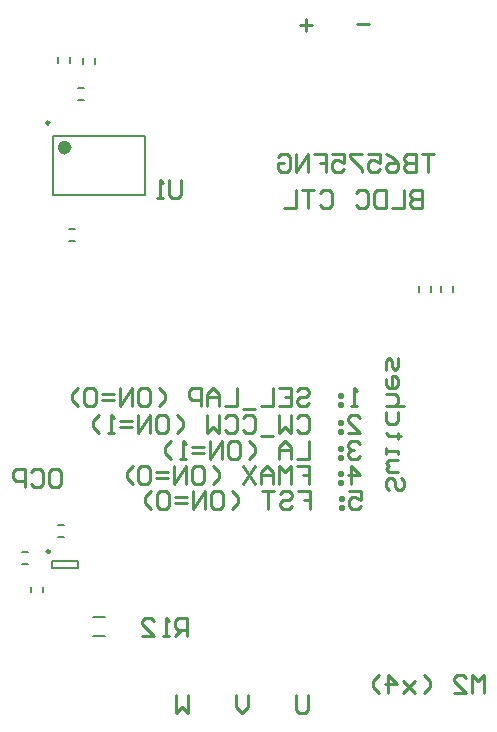
<source format=gbo>
G04*
G04 #@! TF.GenerationSoftware,Altium Limited,Altium Designer,18.1.6 (161)*
G04*
G04 Layer_Color=32896*
%FSLAX25Y25*%
%MOIN*%
G70*
G01*
G75*
%ADD10C,0.00984*%
%ADD11C,0.00787*%
%ADD12C,0.01000*%
%ADD73C,0.02362*%
D10*
X160665Y354073D02*
G03*
X160665Y354073I-492J0D01*
G01*
X160879Y211131D02*
G03*
X160879Y211131I-492J0D01*
G01*
D11*
X192554Y330058D02*
Y349743D01*
X161846Y330058D02*
Y349743D01*
Y330058D02*
X192554D01*
X161846Y349743D02*
X192554D01*
X175331Y189250D02*
X179269D01*
X175331Y182950D02*
X179269D01*
X167353Y314753D02*
X169321D01*
X167353Y318690D02*
X169321D01*
X167469Y373897D02*
Y375865D01*
X163531Y373897D02*
Y375865D01*
X170216Y365669D02*
X172184D01*
X170216Y361732D02*
X172184D01*
X175969Y373816D02*
Y375784D01*
X172031Y373816D02*
Y375784D01*
X291332Y297616D02*
Y299584D01*
X295269Y297616D02*
Y299584D01*
X283832Y297616D02*
Y299584D01*
X287769Y297616D02*
Y299584D01*
X151616Y210869D02*
X153584D01*
X151616Y206931D02*
X153584D01*
X163516Y219868D02*
X165484D01*
X163516Y215932D02*
X165484D01*
X154532Y197516D02*
Y199484D01*
X158468Y197516D02*
Y199484D01*
X161469Y205619D02*
Y207981D01*
X170131Y205619D02*
Y207981D01*
X161469D02*
X170131D01*
X161469Y205619D02*
X170131D01*
D12*
X284800Y331498D02*
Y325500D01*
X281801D01*
X280801Y326500D01*
Y327499D01*
X281801Y328499D01*
X284800D01*
X281801D01*
X280801Y329499D01*
Y330498D01*
X281801Y331498D01*
X284800D01*
X278802D02*
Y325500D01*
X274803D01*
X272804Y331498D02*
Y325500D01*
X269805D01*
X268805Y326500D01*
Y330498D01*
X269805Y331498D01*
X272804D01*
X262807Y330498D02*
X263807Y331498D01*
X265806D01*
X266806Y330498D01*
Y326500D01*
X265806Y325500D01*
X263807D01*
X262807Y326500D01*
X250811Y330498D02*
X251811Y331498D01*
X253810D01*
X254810Y330498D01*
Y326500D01*
X253810Y325500D01*
X251811D01*
X250811Y326500D01*
X248812Y331498D02*
X244813D01*
X246812D01*
Y325500D01*
X242814Y331498D02*
Y325500D01*
X238815D01*
X288900Y343498D02*
X284901D01*
X286901D01*
Y337500D01*
X282902Y343498D02*
Y337500D01*
X279903D01*
X278903Y338500D01*
Y339499D01*
X279903Y340499D01*
X282902D01*
X279903D01*
X278903Y341499D01*
Y342498D01*
X279903Y343498D01*
X282902D01*
X272905D02*
X274904Y342498D01*
X276904Y340499D01*
Y338500D01*
X275904Y337500D01*
X273905D01*
X272905Y338500D01*
Y339499D01*
X273905Y340499D01*
X276904D01*
X266907Y343498D02*
X270906D01*
Y340499D01*
X268906Y341499D01*
X267907D01*
X266907Y340499D01*
Y338500D01*
X267907Y337500D01*
X269906D01*
X270906Y338500D01*
X264908Y343498D02*
X260909D01*
Y342498D01*
X264908Y338500D01*
Y337500D01*
X254911Y343498D02*
X258910D01*
Y340499D01*
X256910Y341499D01*
X255911D01*
X254911Y340499D01*
Y338500D01*
X255911Y337500D01*
X257910D01*
X258910Y338500D01*
X248913Y343498D02*
X252912D01*
Y340499D01*
X250912D01*
X252912D01*
Y337500D01*
X246914D02*
Y343498D01*
X242915Y337500D01*
Y343498D01*
X236917Y342498D02*
X237916Y343498D01*
X239916D01*
X240915Y342498D01*
Y338500D01*
X239916Y337500D01*
X237916D01*
X236917Y338500D01*
Y340499D01*
X238916D01*
X277898Y235499D02*
X278898Y234499D01*
Y232500D01*
X277898Y231500D01*
X276899D01*
X275899Y232500D01*
Y234499D01*
X274899Y235499D01*
X273900D01*
X272900Y234499D01*
Y232500D01*
X273900Y231500D01*
X276899Y237498D02*
X273900D01*
X272900Y238498D01*
X273900Y239497D01*
X272900Y240497D01*
X273900Y241497D01*
X276899D01*
X272900Y243496D02*
Y245496D01*
Y244496D01*
X276899D01*
Y243496D01*
X277898Y249494D02*
X276899D01*
Y248495D01*
Y250494D01*
Y249494D01*
X273900D01*
X272900Y250494D01*
X276899Y257492D02*
Y254493D01*
X275899Y253493D01*
X273900D01*
X272900Y254493D01*
Y257492D01*
X278898Y259491D02*
X272900D01*
X275899D01*
X276899Y260491D01*
Y262490D01*
X275899Y263490D01*
X272900D01*
Y268488D02*
Y266489D01*
X273900Y265489D01*
X275899D01*
X276899Y266489D01*
Y268488D01*
X275899Y269488D01*
X274899D01*
Y265489D01*
X272900Y271487D02*
Y274486D01*
X273900Y275486D01*
X274899Y274486D01*
Y272487D01*
X275899Y271487D01*
X276899Y272487D01*
Y275486D01*
X260701Y231398D02*
X264700D01*
Y228399D01*
X262701Y229399D01*
X261701D01*
X260701Y228399D01*
Y226400D01*
X261701Y225400D01*
X263700D01*
X264700Y226400D01*
X258702Y229399D02*
X257702D01*
Y228399D01*
X258702D01*
Y229399D01*
Y226400D02*
X257702D01*
Y225400D01*
X258702D01*
Y226400D01*
X243707Y231398D02*
X247706D01*
Y228399D01*
X245706D01*
X247706D01*
Y225400D01*
X237709Y230398D02*
X238708Y231398D01*
X240708D01*
X241707Y230398D01*
Y229399D01*
X240708Y228399D01*
X238708D01*
X237709Y227399D01*
Y226400D01*
X238708Y225400D01*
X240708D01*
X241707Y226400D01*
X235709Y231398D02*
X231711D01*
X233710D01*
Y225400D01*
X221714D02*
X223713Y227399D01*
Y229399D01*
X221714Y231398D01*
X215716D02*
X217715D01*
X218715Y230398D01*
Y226400D01*
X217715Y225400D01*
X215716D01*
X214716Y226400D01*
Y230398D01*
X215716Y231398D01*
X212717Y225400D02*
Y231398D01*
X208718Y225400D01*
Y231398D01*
X206719Y227399D02*
X202720D01*
X206719Y229399D02*
X202720D01*
X200721Y230398D02*
X199721Y231398D01*
X197722D01*
X196722Y230398D01*
Y226400D01*
X197722Y225400D01*
X199721D01*
X200721Y226400D01*
Y230398D01*
X194723Y225400D02*
X192723Y227399D01*
Y229399D01*
X194723Y231398D01*
X261401Y233800D02*
Y239798D01*
X264400Y236799D01*
X260401D01*
X258402Y237799D02*
X257402D01*
Y236799D01*
X258402D01*
Y237799D01*
Y234800D02*
X257402D01*
Y233800D01*
X258402D01*
Y234800D01*
X243407Y239798D02*
X247406D01*
Y236799D01*
X245406D01*
X247406D01*
Y233800D01*
X241407D02*
Y239798D01*
X239408Y237799D01*
X237409Y239798D01*
Y233800D01*
X235409D02*
Y237799D01*
X233410Y239798D01*
X231411Y237799D01*
Y233800D01*
Y236799D01*
X235409D01*
X229411Y239798D02*
X225413Y233800D01*
Y239798D02*
X229411Y233800D01*
X215416D02*
X217415Y235799D01*
Y237799D01*
X215416Y239798D01*
X209418D02*
X211417D01*
X212417Y238798D01*
Y234800D01*
X211417Y233800D01*
X209418D01*
X208418Y234800D01*
Y238798D01*
X209418Y239798D01*
X206419Y233800D02*
Y239798D01*
X202420Y233800D01*
Y239798D01*
X200421Y235799D02*
X196422D01*
X200421Y237799D02*
X196422D01*
X194423Y238798D02*
X193423Y239798D01*
X191424D01*
X190424Y238798D01*
Y234800D01*
X191424Y233800D01*
X193423D01*
X194423Y234800D01*
Y238798D01*
X188425Y233800D02*
X186425Y235799D01*
Y237799D01*
X188425Y239798D01*
X264200Y246998D02*
X263200Y247998D01*
X261201D01*
X260201Y246998D01*
Y245999D01*
X261201Y244999D01*
X262201D01*
X261201D01*
X260201Y243999D01*
Y243000D01*
X261201Y242000D01*
X263200D01*
X264200Y243000D01*
X258202Y245999D02*
X257202D01*
Y244999D01*
X258202D01*
Y245999D01*
Y243000D02*
X257202D01*
Y242000D01*
X258202D01*
Y243000D01*
X247205Y247998D02*
Y242000D01*
X243207D01*
X241207D02*
Y245999D01*
X239208Y247998D01*
X237209Y245999D01*
Y242000D01*
Y244999D01*
X241207D01*
X227212Y242000D02*
X229211Y243999D01*
Y245999D01*
X227212Y247998D01*
X221214D02*
X223213D01*
X224213Y246998D01*
Y243000D01*
X223213Y242000D01*
X221214D01*
X220214Y243000D01*
Y246998D01*
X221214Y247998D01*
X218215Y242000D02*
Y247998D01*
X214216Y242000D01*
Y247998D01*
X212217Y243999D02*
X208218D01*
X212217Y245999D02*
X208218D01*
X206219Y242000D02*
X204219D01*
X205219D01*
Y247998D01*
X206219Y246998D01*
X201220Y242000D02*
X199221Y243999D01*
Y245999D01*
X201220Y247998D01*
X260101Y250500D02*
X264100D01*
X260101Y254499D01*
Y255498D01*
X261101Y256498D01*
X263100D01*
X264100Y255498D01*
X258102Y254499D02*
X257102D01*
Y253499D01*
X258102D01*
Y254499D01*
Y251500D02*
X257102D01*
Y250500D01*
X258102D01*
Y251500D01*
X243107Y255498D02*
X244107Y256498D01*
X246106D01*
X247106Y255498D01*
Y251500D01*
X246106Y250500D01*
X244107D01*
X243107Y251500D01*
X241107Y256498D02*
Y250500D01*
X239108Y252499D01*
X237109Y250500D01*
Y256498D01*
X235109Y249500D02*
X231111D01*
X225113Y255498D02*
X226112Y256498D01*
X228112D01*
X229111Y255498D01*
Y251500D01*
X228112Y250500D01*
X226112D01*
X225113Y251500D01*
X219115Y255498D02*
X220114Y256498D01*
X222114D01*
X223113Y255498D01*
Y251500D01*
X222114Y250500D01*
X220114D01*
X219115Y251500D01*
X217115Y256498D02*
Y250500D01*
X215116Y252499D01*
X213117Y250500D01*
Y256498D01*
X203120Y250500D02*
X205119Y252499D01*
Y254499D01*
X203120Y256498D01*
X197122D02*
X199121D01*
X200121Y255498D01*
Y251500D01*
X199121Y250500D01*
X197122D01*
X196122Y251500D01*
Y255498D01*
X197122Y256498D01*
X194123Y250500D02*
Y256498D01*
X190124Y250500D01*
Y256498D01*
X188125Y252499D02*
X184126D01*
X188125Y254499D02*
X184126D01*
X182126Y250500D02*
X180127D01*
X181127D01*
Y256498D01*
X182126Y255498D01*
X177128Y250500D02*
X175129Y252499D01*
Y254499D01*
X177128Y256498D01*
X263100Y259800D02*
X261101D01*
X262100D01*
Y265798D01*
X263100Y264798D01*
X258102Y263799D02*
X257102D01*
Y262799D01*
X258102D01*
Y263799D01*
Y260800D02*
X257102D01*
Y259800D01*
X258102D01*
Y260800D01*
X243107Y264798D02*
X244106Y265798D01*
X246106D01*
X247105Y264798D01*
Y263799D01*
X246106Y262799D01*
X244106D01*
X243107Y261799D01*
Y260800D01*
X244106Y259800D01*
X246106D01*
X247105Y260800D01*
X237108Y265798D02*
X241107D01*
Y259800D01*
X237108D01*
X241107Y262799D02*
X239108D01*
X235109Y265798D02*
Y259800D01*
X231110D01*
X229111Y258800D02*
X225112D01*
X223113Y265798D02*
Y259800D01*
X219114D01*
X217115D02*
Y263799D01*
X215115Y265798D01*
X213116Y263799D01*
Y259800D01*
Y262799D01*
X217115D01*
X211117Y259800D02*
Y265798D01*
X208118D01*
X207118Y264798D01*
Y262799D01*
X208118Y261799D01*
X211117D01*
X197121Y259800D02*
X199121Y261799D01*
Y263799D01*
X197121Y265798D01*
X191123D02*
X193123D01*
X194122Y264798D01*
Y260800D01*
X193123Y259800D01*
X191123D01*
X190124Y260800D01*
Y264798D01*
X191123Y265798D01*
X188124Y259800D02*
Y265798D01*
X184125Y259800D01*
Y265798D01*
X182126Y261799D02*
X178128D01*
X182126Y263799D02*
X178128D01*
X176128Y264798D02*
X175128Y265798D01*
X173129D01*
X172129Y264798D01*
Y260800D01*
X173129Y259800D01*
X175128D01*
X176128Y260800D01*
Y264798D01*
X170130Y259800D02*
X168131Y261799D01*
Y263799D01*
X170130Y265798D01*
X305500Y163900D02*
Y169898D01*
X303501Y167899D01*
X301501Y169898D01*
Y163900D01*
X295503D02*
X299502D01*
X295503Y167899D01*
Y168898D01*
X296503Y169898D01*
X298502D01*
X299502Y168898D01*
X285507Y163900D02*
X287506Y165899D01*
Y167899D01*
X285507Y169898D01*
X282507Y167899D02*
X278509Y163900D01*
X280508Y165899D01*
X278509Y167899D01*
X282507Y163900D01*
X273510D02*
Y169898D01*
X276509Y166899D01*
X272511D01*
X270511Y163900D02*
X268512Y165899D01*
Y167899D01*
X270511Y169898D01*
X206900Y163298D02*
Y157300D01*
X204901Y159299D01*
X202901Y157300D01*
Y163298D01*
X226900D02*
Y159299D01*
X224901Y157300D01*
X222901Y159299D01*
Y163298D01*
X246900D02*
Y158300D01*
X245900Y157300D01*
X243901D01*
X242901Y158300D01*
Y163298D01*
X263200Y386899D02*
X267199D01*
X244400Y386799D02*
X248399D01*
X246399Y388798D02*
Y384800D01*
X161701Y238498D02*
X163700D01*
X164700Y237498D01*
Y233500D01*
X163700Y232500D01*
X161701D01*
X160701Y233500D01*
Y237498D01*
X161701Y238498D01*
X154703Y237498D02*
X155703Y238498D01*
X157702D01*
X158702Y237498D01*
Y233500D01*
X157702Y232500D01*
X155703D01*
X154703Y233500D01*
X152704Y232500D02*
Y238498D01*
X149705D01*
X148705Y237498D01*
Y235499D01*
X149705Y234499D01*
X152704D01*
X204500Y334898D02*
Y329900D01*
X203500Y328900D01*
X201501D01*
X200501Y329900D01*
Y334898D01*
X198502Y328900D02*
X196503D01*
X197502D01*
Y334898D01*
X198502Y333898D01*
X206500Y183100D02*
Y189098D01*
X203501D01*
X202501Y188098D01*
Y186099D01*
X203501Y185099D01*
X206500D01*
X204501D02*
X202501Y183100D01*
X200502D02*
X198503D01*
X199502D01*
Y189098D01*
X200502Y188098D01*
X191505Y183100D02*
X195504D01*
X191505Y187099D01*
Y188098D01*
X192505Y189098D01*
X194504D01*
X195504Y188098D01*
D73*
X166964Y345806D02*
G03*
X166964Y345806I-1181J0D01*
G01*
M02*

</source>
